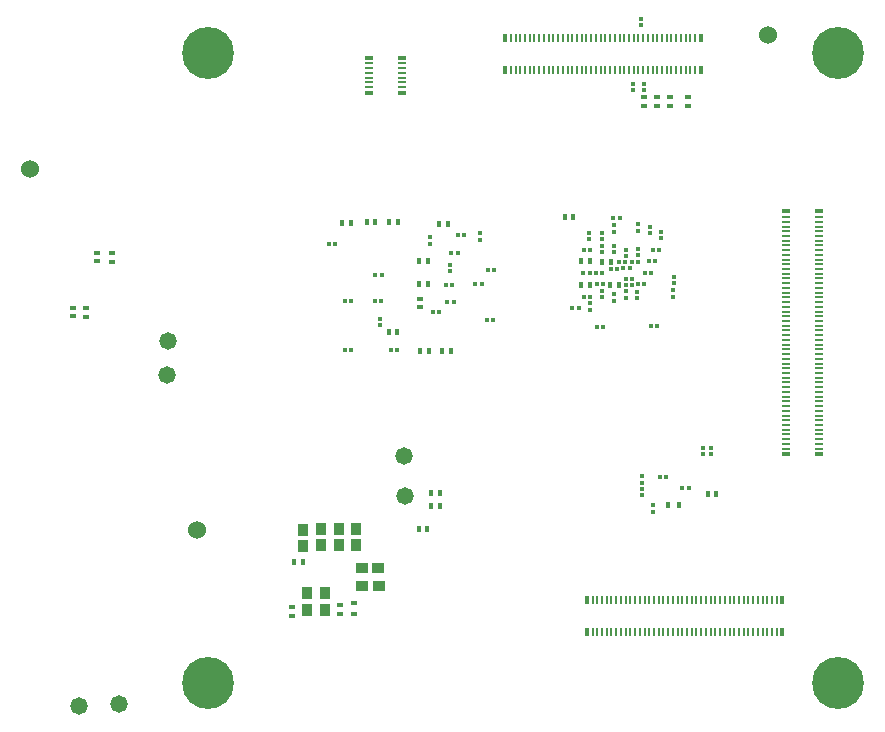
<source format=gbr>
%TF.GenerationSoftware,Altium Limited,Altium Designer,25.7.1 (20)*%
G04 Layer_Color=14067636*
%FSLAX45Y45*%
%MOMM*%
%TF.SameCoordinates,1AA72D45-9F13-4BD8-B423-63960E99F270*%
%TF.FilePolarity,Negative*%
%TF.FileFunction,Soldermask,Bot*%
%TF.Part,Single*%
G01*
G75*
%TA.AperFunction,SMDPad,CuDef*%
%ADD23R,0.30480X0.30480*%
%ADD41R,0.45720X0.60960*%
%ADD50R,0.45720X0.50800*%
%ADD51R,0.50800X0.45720*%
%ADD52R,0.99060X0.81280*%
%ADD53R,0.81280X0.99060*%
%ADD55R,0.30480X0.30480*%
%ADD58R,0.60960X0.45720*%
%TA.AperFunction,ComponentPad*%
%ADD77C,4.40004*%
%TA.AperFunction,SMDPad,CuDef*%
%ADD85R,0.68580X0.20320*%
%ADD86R,0.68580X0.35560*%
%ADD87R,0.35560X0.68580*%
%ADD88R,0.20320X0.68580*%
%ADD89C,1.52400*%
%TA.AperFunction,TestPad*%
%ADD97C,1.47320*%
D23*
X5607812Y2147138D02*
D03*
X5661203D02*
D03*
X5852820Y2048078D02*
D03*
X5799430D02*
D03*
X5268544Y4336593D02*
D03*
X5215153D02*
D03*
X5548452Y4065803D02*
D03*
X5601843D02*
D03*
X5479085Y3774186D02*
D03*
X5425694D02*
D03*
X5483428Y3873652D02*
D03*
X5536819D02*
D03*
X5516347Y3968750D02*
D03*
X5569737D02*
D03*
X5354676Y3911803D02*
D03*
X5301285D02*
D03*
X5370043Y3967861D02*
D03*
X5423433D02*
D03*
X5261585Y3965245D02*
D03*
X5314975D02*
D03*
X5075326Y3412617D02*
D03*
X5128717D02*
D03*
X5531637Y3420872D02*
D03*
X5585028D02*
D03*
X5017567Y3671062D02*
D03*
X4964176D02*
D03*
X5069713Y3867302D02*
D03*
X5123104D02*
D03*
X5019802Y4069283D02*
D03*
X4966411D02*
D03*
X5013858Y3873652D02*
D03*
X4960468D02*
D03*
X3739540Y3537153D02*
D03*
X3686150D02*
D03*
X3897071Y4192549D02*
D03*
X3950462D02*
D03*
X3863086Y3621710D02*
D03*
X3809695D02*
D03*
X3254426Y3853028D02*
D03*
X3201035D02*
D03*
X3383966Y3218790D02*
D03*
X3330575D02*
D03*
X3252191Y3631590D02*
D03*
X3198800D02*
D03*
X3848176Y3771748D02*
D03*
X3794785D02*
D03*
X4046499Y3781730D02*
D03*
X4099890D02*
D03*
X4146398Y3469945D02*
D03*
X4199788D02*
D03*
X2862148Y4119677D02*
D03*
X2808757D02*
D03*
X2993644Y3635248D02*
D03*
X2940253D02*
D03*
X3897605Y4042969D02*
D03*
X3844214D02*
D03*
X2995219Y3215157D02*
D03*
X2941828D02*
D03*
X5078603Y3773780D02*
D03*
X5131994D02*
D03*
X5193081Y3903548D02*
D03*
X5246472D02*
D03*
X4153916Y3893083D02*
D03*
X4207307D02*
D03*
X4921656Y3570453D02*
D03*
X4868266D02*
D03*
D41*
X5771972Y1910766D02*
D03*
X5676976D02*
D03*
D50*
X2514194Y1420419D02*
D03*
X2589174D02*
D03*
X3641192Y1703756D02*
D03*
X3566211D02*
D03*
X3673704Y2010004D02*
D03*
X3748684D02*
D03*
X3748710Y1899285D02*
D03*
X3673729D02*
D03*
X5122291Y3965651D02*
D03*
X5197272D02*
D03*
X5020894Y3769512D02*
D03*
X4945913D02*
D03*
X3201086Y4302811D02*
D03*
X3126105D02*
D03*
X3843325Y3209315D02*
D03*
X3768344D02*
D03*
X3652037Y3211398D02*
D03*
X3577057D02*
D03*
X2992958Y4291127D02*
D03*
X2917977D02*
D03*
X6088812Y2000504D02*
D03*
X6013831D02*
D03*
X3572231Y3968521D02*
D03*
X3647211D02*
D03*
X3648304Y3776015D02*
D03*
X3573323D02*
D03*
X3389020Y4301211D02*
D03*
X3314040D02*
D03*
X4945609Y3969410D02*
D03*
X5020589D02*
D03*
X5263413Y3772586D02*
D03*
X5188433D02*
D03*
X3736950Y4286148D02*
D03*
X3811930D02*
D03*
X4802657Y4343933D02*
D03*
X4877638D02*
D03*
X3387242Y3368624D02*
D03*
X3312262D02*
D03*
D51*
X2490902Y1040079D02*
D03*
Y965098D02*
D03*
X2904592Y986180D02*
D03*
Y1061161D02*
D03*
X3577742Y3654654D02*
D03*
Y3579673D02*
D03*
X5474640Y5283708D02*
D03*
Y5358689D02*
D03*
X5584292Y5358968D02*
D03*
Y5283987D02*
D03*
X5851474Y5283200D02*
D03*
Y5358181D02*
D03*
X5692800Y5359781D02*
D03*
Y5284800D02*
D03*
X752094Y3499129D02*
D03*
Y3574110D02*
D03*
X644195Y3577844D02*
D03*
Y3502863D02*
D03*
X970280Y3964940D02*
D03*
Y4039921D02*
D03*
X841578Y4044213D02*
D03*
Y3969233D02*
D03*
D52*
X3088462Y1375334D02*
D03*
X3225622D02*
D03*
X3090494Y1223848D02*
D03*
X3227654D02*
D03*
D53*
X2772435Y1157529D02*
D03*
Y1020369D02*
D03*
X3036265Y1566621D02*
D03*
Y1703781D02*
D03*
X2889275Y1565935D02*
D03*
Y1703095D02*
D03*
X2740889Y1565453D02*
D03*
Y1702613D02*
D03*
X2623312Y1157554D02*
D03*
Y1020394D02*
D03*
X2590216Y1698904D02*
D03*
Y1561744D02*
D03*
D55*
X5458739Y2044802D02*
D03*
Y1991411D02*
D03*
X5459527Y2150542D02*
D03*
Y2097151D02*
D03*
X5552440Y1849806D02*
D03*
Y1903197D02*
D03*
X5620614Y4163466D02*
D03*
Y4216857D02*
D03*
X5425161Y4229684D02*
D03*
Y4283075D02*
D03*
X5525059Y4206926D02*
D03*
Y4260317D02*
D03*
X5472278Y5472684D02*
D03*
Y5419293D02*
D03*
X5116779Y4156913D02*
D03*
Y4210304D02*
D03*
X5220995Y3637661D02*
D03*
Y3691052D02*
D03*
X5012487Y4155669D02*
D03*
Y4209059D02*
D03*
X5020208Y3615233D02*
D03*
Y3561842D02*
D03*
X5223256Y4099433D02*
D03*
Y4046042D02*
D03*
X5116779Y4098696D02*
D03*
Y4045306D02*
D03*
X5418506Y3660038D02*
D03*
Y3713429D02*
D03*
X5973648Y2336114D02*
D03*
Y2389505D02*
D03*
X5326482Y4069486D02*
D03*
Y4016096D02*
D03*
X5424957Y4075024D02*
D03*
Y4021633D02*
D03*
X5370322Y3822014D02*
D03*
Y3768623D02*
D03*
X5320944Y3822268D02*
D03*
Y3768877D02*
D03*
X5326075Y3663264D02*
D03*
Y3716655D02*
D03*
X5725465Y3787394D02*
D03*
Y3840785D02*
D03*
X5123764Y3668979D02*
D03*
Y3722370D02*
D03*
X3835603Y3888257D02*
D03*
Y3941648D02*
D03*
X3662705Y4173753D02*
D03*
Y4120363D02*
D03*
X4085565Y4154272D02*
D03*
Y4207662D02*
D03*
X6039206Y2335987D02*
D03*
Y2389378D02*
D03*
X5719928Y3669894D02*
D03*
Y3723284D02*
D03*
X5225034Y4273448D02*
D03*
Y4220058D02*
D03*
X5453177Y6025109D02*
D03*
Y5971718D02*
D03*
X3242208Y3483407D02*
D03*
Y3430016D02*
D03*
X5381904Y5472024D02*
D03*
Y5418633D02*
D03*
D58*
X3020365Y1075715D02*
D03*
Y980719D02*
D03*
D77*
X7119518Y400990D02*
D03*
X1785518D02*
D03*
Y5734990D02*
D03*
X7119518D02*
D03*
D85*
X6679819Y2544445D02*
D03*
Y2584425D02*
D03*
Y2624430D02*
D03*
Y2664435D02*
D03*
Y2704440D02*
D03*
Y2744445D02*
D03*
Y2784424D02*
D03*
Y2824429D02*
D03*
Y2864434D02*
D03*
Y2904439D02*
D03*
Y2944444D02*
D03*
Y2984424D02*
D03*
Y3024429D02*
D03*
Y3064434D02*
D03*
Y3104439D02*
D03*
Y3144444D02*
D03*
Y3184423D02*
D03*
Y3224428D02*
D03*
Y3264433D02*
D03*
Y3304438D02*
D03*
Y3344443D02*
D03*
Y3384423D02*
D03*
Y3424428D02*
D03*
Y3464433D02*
D03*
Y3504438D02*
D03*
Y3544443D02*
D03*
Y3584423D02*
D03*
Y3624428D02*
D03*
Y3664433D02*
D03*
Y3704438D02*
D03*
Y3744443D02*
D03*
Y3784422D02*
D03*
Y3824427D02*
D03*
Y3864432D02*
D03*
Y3904437D02*
D03*
Y3944442D02*
D03*
Y3984422D02*
D03*
Y4024427D02*
D03*
Y4064432D02*
D03*
Y4104437D02*
D03*
Y4144442D02*
D03*
Y4184421D02*
D03*
Y4224426D02*
D03*
Y4264431D02*
D03*
Y4304436D02*
D03*
Y4344441D02*
D03*
Y2384425D02*
D03*
Y2424430D02*
D03*
Y2464435D02*
D03*
Y2504440D02*
D03*
X6953377Y2544445D02*
D03*
Y2584425D02*
D03*
Y2624430D02*
D03*
Y2664435D02*
D03*
Y2704440D02*
D03*
Y2744445D02*
D03*
Y2784424D02*
D03*
Y2824429D02*
D03*
Y2864434D02*
D03*
Y2904439D02*
D03*
Y2944444D02*
D03*
Y2984424D02*
D03*
Y3024429D02*
D03*
Y3064434D02*
D03*
Y3104439D02*
D03*
Y3144444D02*
D03*
Y3184423D02*
D03*
Y3224428D02*
D03*
Y3264433D02*
D03*
Y3304438D02*
D03*
Y3344443D02*
D03*
Y3384423D02*
D03*
Y3424428D02*
D03*
Y3464433D02*
D03*
Y3504438D02*
D03*
Y3544443D02*
D03*
Y3584423D02*
D03*
Y3624428D02*
D03*
Y3664433D02*
D03*
Y3704438D02*
D03*
Y3744443D02*
D03*
Y3784422D02*
D03*
Y3824427D02*
D03*
Y3864432D02*
D03*
Y3904437D02*
D03*
Y3944442D02*
D03*
Y3984422D02*
D03*
Y4024427D02*
D03*
Y4064432D02*
D03*
Y4104437D02*
D03*
Y4144442D02*
D03*
Y4184421D02*
D03*
Y4224426D02*
D03*
Y4264431D02*
D03*
Y4304436D02*
D03*
Y4344441D02*
D03*
Y2384425D02*
D03*
Y2424430D02*
D03*
Y2464435D02*
D03*
Y2504440D02*
D03*
X3422320Y5645760D02*
D03*
Y5605755D02*
D03*
Y5565750D02*
D03*
Y5525770D02*
D03*
Y5485765D02*
D03*
Y5445760D02*
D03*
X3148762Y5645760D02*
D03*
Y5605755D02*
D03*
Y5565750D02*
D03*
Y5525770D02*
D03*
Y5485765D02*
D03*
Y5445760D02*
D03*
D86*
X6679819Y4391939D02*
D03*
Y2336927D02*
D03*
X6953377Y4391939D02*
D03*
Y2336927D02*
D03*
X3422320Y5693258D02*
D03*
Y5398262D02*
D03*
X3148762Y5693258D02*
D03*
Y5398262D02*
D03*
D87*
X4992218Y832129D02*
D03*
Y1105687D02*
D03*
X6647231Y832129D02*
D03*
Y1105687D02*
D03*
X5955360Y5864606D02*
D03*
Y5591048D02*
D03*
X4300347Y5864606D02*
D03*
Y5591048D02*
D03*
D88*
X5039716Y832129D02*
D03*
Y1105687D02*
D03*
X5079721Y832129D02*
D03*
Y1105687D02*
D03*
X5119726Y832129D02*
D03*
Y1105687D02*
D03*
X5159731Y832129D02*
D03*
Y1105687D02*
D03*
X5199736Y832129D02*
D03*
Y1105687D02*
D03*
X5239715Y832129D02*
D03*
Y1105687D02*
D03*
X5279720Y832129D02*
D03*
Y1105687D02*
D03*
X5319725Y832129D02*
D03*
Y1105687D02*
D03*
X5359730Y832129D02*
D03*
Y1105687D02*
D03*
X5399735Y832129D02*
D03*
Y1105687D02*
D03*
X5439715Y832129D02*
D03*
Y1105687D02*
D03*
X5479720Y832129D02*
D03*
Y1105687D02*
D03*
X5519725Y832129D02*
D03*
Y1105687D02*
D03*
X5559730Y832129D02*
D03*
Y1105687D02*
D03*
X5599735Y832129D02*
D03*
Y1105687D02*
D03*
X5639714Y832129D02*
D03*
Y1105687D02*
D03*
X5679719Y832129D02*
D03*
Y1105687D02*
D03*
X5719724Y832129D02*
D03*
Y1105687D02*
D03*
X5759729Y832129D02*
D03*
Y1105687D02*
D03*
X5799734Y832129D02*
D03*
Y1105687D02*
D03*
X5839714Y832129D02*
D03*
Y1105687D02*
D03*
X5879719Y832129D02*
D03*
Y1105687D02*
D03*
X5919724Y832129D02*
D03*
Y1105687D02*
D03*
X5959729Y832129D02*
D03*
Y1105687D02*
D03*
X5999734Y832129D02*
D03*
Y1105687D02*
D03*
X6039714Y832129D02*
D03*
Y1105687D02*
D03*
X6079719Y832129D02*
D03*
Y1105687D02*
D03*
X6119724Y832129D02*
D03*
Y1105687D02*
D03*
X6159729Y832129D02*
D03*
Y1105687D02*
D03*
X6199734Y832129D02*
D03*
Y1105687D02*
D03*
X6239713Y832129D02*
D03*
Y1105687D02*
D03*
X6279718Y832129D02*
D03*
Y1105687D02*
D03*
X6319723Y832129D02*
D03*
Y1105687D02*
D03*
X6359728Y832129D02*
D03*
Y1105687D02*
D03*
X6399733Y832129D02*
D03*
Y1105687D02*
D03*
X6439713Y832129D02*
D03*
Y1105687D02*
D03*
X6479718Y832129D02*
D03*
Y1105687D02*
D03*
X6519723Y832129D02*
D03*
Y1105687D02*
D03*
X6559728Y832129D02*
D03*
Y1105687D02*
D03*
X6599733Y832129D02*
D03*
Y1105687D02*
D03*
X5907862Y5864606D02*
D03*
Y5591048D02*
D03*
X5867857Y5864606D02*
D03*
Y5591048D02*
D03*
X5827852Y5864606D02*
D03*
Y5591048D02*
D03*
X5787847Y5864606D02*
D03*
Y5591048D02*
D03*
X5747842Y5864606D02*
D03*
Y5591048D02*
D03*
X5707863Y5864606D02*
D03*
Y5591048D02*
D03*
X5667858Y5864606D02*
D03*
Y5591048D02*
D03*
X5627853Y5864606D02*
D03*
Y5591048D02*
D03*
X5587848Y5864606D02*
D03*
Y5591048D02*
D03*
X5547843Y5864606D02*
D03*
Y5591048D02*
D03*
X5507863Y5864606D02*
D03*
Y5591048D02*
D03*
X5467858Y5864606D02*
D03*
Y5591048D02*
D03*
X5427853Y5864606D02*
D03*
Y5591048D02*
D03*
X5387848Y5864606D02*
D03*
Y5591048D02*
D03*
X5347843Y5864606D02*
D03*
Y5591048D02*
D03*
X5307863Y5864606D02*
D03*
Y5591048D02*
D03*
X5267858Y5864606D02*
D03*
Y5591048D02*
D03*
X5227853Y5864606D02*
D03*
Y5591048D02*
D03*
X5187848Y5864606D02*
D03*
Y5591048D02*
D03*
X5147843Y5864606D02*
D03*
Y5591048D02*
D03*
X5107864Y5864606D02*
D03*
Y5591048D02*
D03*
X5067859Y5864606D02*
D03*
Y5591048D02*
D03*
X5027854Y5864606D02*
D03*
Y5591048D02*
D03*
X4987849Y5864606D02*
D03*
Y5591048D02*
D03*
X4947844Y5864606D02*
D03*
Y5591048D02*
D03*
X4907864Y5864606D02*
D03*
Y5591048D02*
D03*
X4867859Y5864606D02*
D03*
Y5591048D02*
D03*
X4827854Y5864606D02*
D03*
Y5591048D02*
D03*
X4787849Y5864606D02*
D03*
Y5591048D02*
D03*
X4747844Y5864606D02*
D03*
Y5591048D02*
D03*
X4707865Y5864606D02*
D03*
Y5591048D02*
D03*
X4667860Y5864606D02*
D03*
Y5591048D02*
D03*
X4627855Y5864606D02*
D03*
Y5591048D02*
D03*
X4587850Y5864606D02*
D03*
Y5591048D02*
D03*
X4547845Y5864606D02*
D03*
Y5591048D02*
D03*
X4507865Y5864606D02*
D03*
Y5591048D02*
D03*
X4467860Y5864606D02*
D03*
Y5591048D02*
D03*
X4427855Y5864606D02*
D03*
Y5591048D02*
D03*
X4387850Y5864606D02*
D03*
Y5591048D02*
D03*
X4347845Y5864606D02*
D03*
Y5591048D02*
D03*
D89*
X1693723Y1692656D02*
D03*
X6527292Y5890057D02*
D03*
X277419Y4754575D02*
D03*
D97*
X1441120Y3294507D02*
D03*
X1433093Y3010129D02*
D03*
X1032408Y220878D02*
D03*
X694741Y206172D02*
D03*
X3450666Y1978736D02*
D03*
X3444672Y2319807D02*
D03*
%TF.MD5,f3a81378ffdf19869c0bf59afac5685e*%
M02*

</source>
